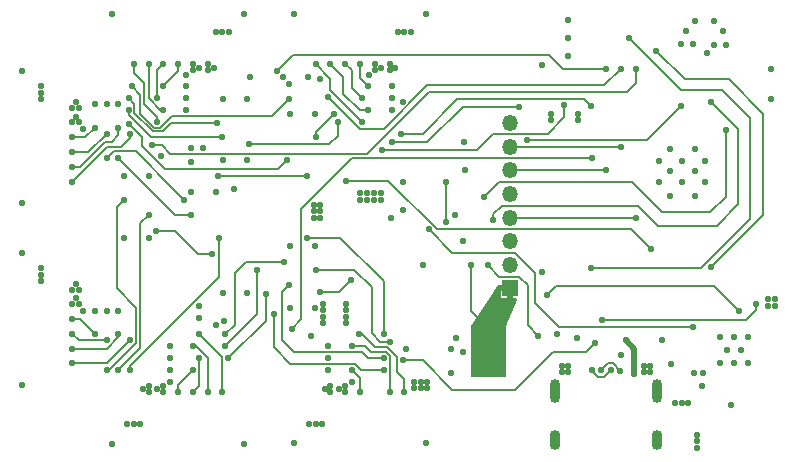
<source format=gbl>
G04 #@! TF.GenerationSoftware,KiCad,Pcbnew,(6.0.6)*
G04 #@! TF.CreationDate,2022-07-05T19:51:37+02:00*
G04 #@! TF.ProjectId,esp32-spi-hub,65737033-322d-4737-9069-2d6875622e6b,rev?*
G04 #@! TF.SameCoordinates,Original*
G04 #@! TF.FileFunction,Copper,L4,Bot*
G04 #@! TF.FilePolarity,Positive*
%FSLAX46Y46*%
G04 Gerber Fmt 4.6, Leading zero omitted, Abs format (unit mm)*
G04 Created by KiCad (PCBNEW (6.0.6)) date 2022-07-05 19:51:37*
%MOMM*%
%LPD*%
G01*
G04 APERTURE LIST*
G04 #@! TA.AperFunction,ComponentPad*
%ADD10O,0.900000X2.000000*%
G04 #@! TD*
G04 #@! TA.AperFunction,ComponentPad*
%ADD11O,0.900000X1.700000*%
G04 #@! TD*
G04 #@! TA.AperFunction,ComponentPad*
%ADD12R,1.350000X1.350000*%
G04 #@! TD*
G04 #@! TA.AperFunction,ComponentPad*
%ADD13O,1.350000X1.350000*%
G04 #@! TD*
G04 #@! TA.AperFunction,ViaPad*
%ADD14C,0.550000*%
G04 #@! TD*
G04 #@! TA.AperFunction,Conductor*
%ADD15C,0.500000*%
G04 #@! TD*
G04 #@! TA.AperFunction,Conductor*
%ADD16C,0.150000*%
G04 #@! TD*
G04 #@! TA.AperFunction,Conductor*
%ADD17C,0.200000*%
G04 #@! TD*
G04 APERTURE END LIST*
D10*
G04 #@! TO.P,P1,S1,SHIELD*
G04 #@! TO.N,unconnected-(P1-PadS1)*
X177630000Y-141080000D03*
D11*
X177630000Y-145250000D03*
D10*
X168990000Y-141080000D03*
D11*
X168990000Y-145250000D03*
G04 #@! TD*
D12*
G04 #@! TO.P,J1,1,Pin_1*
G04 #@! TO.N,+5V*
X165200000Y-132400000D03*
D13*
G04 #@! TO.P,J1,2,Pin_2*
G04 #@! TO.N,GND*
X165200000Y-130400000D03*
G04 #@! TO.P,J1,3,Pin_3*
G04 #@! TO.N,+3V3*
X165200000Y-128400000D03*
G04 #@! TO.P,J1,4,Pin_4*
G04 #@! TO.N,ESP_IO5*
X165200000Y-126400000D03*
G04 #@! TO.P,J1,5,Pin_5*
G04 #@! TO.N,ESP_IO15*
X165200000Y-124400000D03*
G04 #@! TO.P,J1,6,Pin_6*
G04 #@! TO.N,ESP_IO16*
X165200000Y-122400000D03*
G04 #@! TO.P,J1,7,Pin_7*
G04 #@! TO.N,ESP_IO17*
X165200000Y-120400000D03*
G04 #@! TO.P,J1,8,Pin_8*
G04 #@! TO.N,ESP_IO35*
X165200000Y-118400000D03*
G04 #@! TD*
D14*
G04 #@! TO.N,GND*
X182940000Y-138690000D03*
X148590000Y-125300000D03*
X155200000Y-117300000D03*
X148662500Y-117625000D03*
X156100000Y-123400000D03*
X149140000Y-125300000D03*
X170945000Y-117600000D03*
X181900000Y-112500000D03*
X177010000Y-139010000D03*
X155000000Y-113950000D03*
X132500000Y-128125000D03*
X140862500Y-121525000D03*
X131050000Y-134300000D03*
X128150000Y-132500000D03*
X180845000Y-124600000D03*
X178050000Y-136800000D03*
X146562500Y-134050000D03*
X123900000Y-114000000D03*
X168645000Y-118100000D03*
X140862500Y-132750000D03*
X139600000Y-113950000D03*
X150000000Y-140650000D03*
X132500000Y-122925000D03*
X149400000Y-133700000D03*
X134600000Y-140650000D03*
X149140000Y-126400000D03*
X178745000Y-122500000D03*
X181040000Y-145890000D03*
X182500000Y-111800000D03*
X123900000Y-129400000D03*
X170110000Y-139510000D03*
X155200000Y-116300000D03*
X130050000Y-134300000D03*
X187045000Y-133850000D03*
X178745000Y-124600000D03*
X134600000Y-122925000D03*
X123900000Y-140600000D03*
X187045000Y-133300000D03*
X137800000Y-115300000D03*
X177010000Y-139510000D03*
X151350000Y-134800000D03*
X170945000Y-118100000D03*
X131500000Y-109150000D03*
X184140000Y-138690000D03*
X130050000Y-116790000D03*
X179740000Y-142140000D03*
X134100000Y-140900000D03*
X157100000Y-140850000D03*
X181440000Y-140690000D03*
X149400000Y-135350000D03*
X155200000Y-115300000D03*
X157100000Y-140300000D03*
X128700000Y-132500000D03*
X156100000Y-116600000D03*
X148590000Y-125850000D03*
X180290000Y-142140000D03*
X128450000Y-132000000D03*
X140100000Y-113700000D03*
X184140000Y-136490000D03*
X177845000Y-121600000D03*
X181745000Y-123400000D03*
X151350000Y-135350000D03*
X149140000Y-125850000D03*
X160500000Y-126200000D03*
X136420000Y-138300000D03*
X185340000Y-138690000D03*
X132050000Y-134300000D03*
X160600000Y-136600000D03*
X146900000Y-145500000D03*
X182940000Y-136490000D03*
X134600000Y-128125000D03*
X179745000Y-121600000D03*
X146562500Y-128850000D03*
X168645000Y-117600000D03*
X185340000Y-136490000D03*
X146500000Y-115100000D03*
X183540000Y-137590000D03*
X157650000Y-140300000D03*
X184740000Y-137590000D03*
X156400000Y-137500000D03*
X155140000Y-126450000D03*
X138200000Y-120500000D03*
X142962500Y-116325000D03*
X158100000Y-145450000D03*
X187300000Y-113800000D03*
X149790000Y-139300000D03*
X142700000Y-145550000D03*
X146000000Y-114500000D03*
X161200000Y-137800000D03*
X128150000Y-117100000D03*
X158200000Y-140300000D03*
X148662500Y-128850000D03*
X170900000Y-136600000D03*
X142962500Y-121525000D03*
X146562500Y-117625000D03*
X149790000Y-138300000D03*
X149400000Y-134250000D03*
X128450000Y-116600000D03*
X157650000Y-140850000D03*
X180845000Y-122500000D03*
X181040000Y-145340000D03*
X179190000Y-142140000D03*
X131500000Y-145550000D03*
X151350000Y-134250000D03*
X161320000Y-120000000D03*
X169200000Y-136300000D03*
X140300000Y-124225000D03*
X142962500Y-132750000D03*
X180900000Y-109800000D03*
X187595000Y-133850000D03*
X170110000Y-138960000D03*
X142700000Y-109150000D03*
X179700000Y-111690000D03*
X149400000Y-134800000D03*
X128700000Y-117100000D03*
X123900000Y-125200000D03*
X140862500Y-116325000D03*
X156100000Y-125800000D03*
X146900000Y-109150000D03*
X181745000Y-121600000D03*
X150000000Y-141200000D03*
X180845000Y-120600000D03*
X148662500Y-134050000D03*
X151350000Y-133700000D03*
X174600000Y-138000000D03*
X155000000Y-113400000D03*
X158200000Y-140850000D03*
X137800000Y-117300000D03*
X187595000Y-133300000D03*
X167935000Y-130990000D03*
X187300000Y-116400000D03*
X167900000Y-113445000D03*
X131050000Y-116790000D03*
X132050000Y-116790000D03*
X138200000Y-121700000D03*
X139600000Y-113400000D03*
X161200000Y-128400000D03*
X161400000Y-122400000D03*
X134600000Y-141200000D03*
X176510000Y-139010000D03*
X148590000Y-126400000D03*
X180100000Y-110600000D03*
X149790000Y-137300000D03*
X149500000Y-140900000D03*
X169610000Y-138960000D03*
X181040000Y-144790000D03*
X137800000Y-116300000D03*
X169610000Y-139510000D03*
X136420000Y-139300000D03*
X138200000Y-124225000D03*
X176510000Y-139510000D03*
X178840000Y-138840000D03*
X138862500Y-134875000D03*
X136420000Y-137300000D03*
X178745000Y-120600000D03*
X158100000Y-109150000D03*
X155500000Y-113700000D03*
X177845000Y-123400000D03*
X179745000Y-123400000D03*
G04 #@! TO.N,+3V3*
X153100000Y-124300000D03*
X141000000Y-135200000D03*
X138862500Y-133875000D03*
X151800000Y-140300000D03*
X153220000Y-114300000D03*
X137800000Y-114300000D03*
X150750000Y-140900000D03*
X151250000Y-141200000D03*
X128700000Y-133750000D03*
X128150000Y-118350000D03*
X153700000Y-124900000D03*
X154300000Y-124900000D03*
X153750000Y-113950000D03*
X154250000Y-113700000D03*
X148310000Y-136400000D03*
X183480000Y-111820000D03*
X135350000Y-140900000D03*
X152500000Y-124900000D03*
X183200000Y-110600000D03*
X143200000Y-114500000D03*
X136420000Y-140300000D03*
X135850000Y-140650000D03*
X154300000Y-124300000D03*
X138850000Y-113700000D03*
X128450000Y-133250000D03*
X148100000Y-114500000D03*
X128450000Y-117850000D03*
X135850000Y-141200000D03*
X149100000Y-114635000D03*
X151250000Y-140650000D03*
X135615000Y-121200000D03*
X157790000Y-130400000D03*
X183940000Y-142240000D03*
X128150000Y-133750000D03*
X153700000Y-124300000D03*
X139200000Y-120500000D03*
X170100000Y-112700000D03*
X129050000Y-118900000D03*
X152500000Y-124300000D03*
X140342500Y-135475000D03*
X153750000Y-113400000D03*
X180710000Y-111670000D03*
X182500000Y-109800000D03*
X138350000Y-113950000D03*
X181530000Y-139530000D03*
X141800000Y-123945000D03*
X128700000Y-118350000D03*
X180740000Y-139540000D03*
X153100000Y-124900000D03*
X129050000Y-134300000D03*
X138350000Y-113400000D03*
X170100000Y-109700000D03*
X170100000Y-111200000D03*
G04 #@! TO.N,5V_USB*
X167600000Y-136400000D03*
X163300000Y-130400000D03*
X175710000Y-139610000D03*
X175000000Y-136800000D03*
G04 #@! TO.N,/SPI ports A & B/S1_CLK*
X144500000Y-132900000D03*
X141349500Y-138300000D03*
G04 #@! TO.N,/SPI ports A & B/S1_MOSI*
X143800000Y-130800000D03*
X141100000Y-137300000D03*
G04 #@! TO.N,/SPI ports A & B/S2_CLK*
X146500000Y-132100000D03*
X154500000Y-138300000D03*
G04 #@! TO.N,/SPI ports A & B/S2_MOSI*
X148800000Y-130800000D03*
X155000000Y-136900000D03*
G04 #@! TO.N,/SPI ports C & D/S1_CLK*
X131050000Y-121400000D03*
X137600000Y-124900000D03*
G04 #@! TO.N,/SPI ports C & D/S1_MOSI*
X138203200Y-126203200D03*
X132050000Y-121400000D03*
G04 #@! TO.N,/SPI ports C & D/S2_CLK*
X132500000Y-124875000D03*
X131050000Y-139300000D03*
G04 #@! TO.N,/SPI ports C & D/S2_MOSI*
X134600000Y-126200000D03*
X132050000Y-139300000D03*
G04 #@! TO.N,/SPI ports E & F/S1_MOSI*
X148746800Y-119575000D03*
X150300000Y-117600000D03*
G04 #@! TO.N,/SPI ports E & F/S2_CLK*
X140400000Y-118400000D03*
X132900000Y-116300000D03*
G04 #@! TO.N,/SPI ports E & F/S2_MOSI*
X132900000Y-117300000D03*
X140800000Y-119600000D03*
G04 #@! TO.N,+5V*
X162960000Y-139160000D03*
X125500000Y-115850000D03*
X162410000Y-139160000D03*
X164610000Y-136510000D03*
X155700000Y-110700000D03*
X133350000Y-143900000D03*
X156250000Y-110700000D03*
X164060000Y-136510000D03*
X164060000Y-138610000D03*
X125500000Y-131250000D03*
X162960000Y-138610000D03*
X133900000Y-143900000D03*
X164060000Y-135960000D03*
X162960000Y-136510000D03*
X164610000Y-139160000D03*
X125500000Y-131800000D03*
X162410000Y-136510000D03*
X162410000Y-135960000D03*
X164060000Y-139160000D03*
X125500000Y-130700000D03*
X162960000Y-135960000D03*
X156800000Y-110700000D03*
X164610000Y-135960000D03*
X164610000Y-138610000D03*
X163510000Y-135960000D03*
X148200000Y-143900000D03*
X141400000Y-110700000D03*
X125500000Y-115300000D03*
X161900000Y-130400000D03*
X160240000Y-137500000D03*
X140300000Y-110700000D03*
X163510000Y-139160000D03*
X160240000Y-139600000D03*
X125500000Y-116400000D03*
X163510000Y-136510000D03*
X140850000Y-110700000D03*
X149300000Y-143900000D03*
X132800000Y-143900000D03*
X148750000Y-143900000D03*
X163510000Y-138610000D03*
X162410000Y-138610000D03*
G04 #@! TO.N,ESP_IO5*
X175870000Y-126400000D03*
G04 #@! TO.N,ESP_IO16*
X173335000Y-122400000D03*
G04 #@! TO.N,ESP_IO17*
X174635000Y-120400000D03*
G04 #@! TO.N,ESP_IO35*
X179635000Y-116990000D03*
X166600000Y-119800000D03*
G04 #@! TO.N,USB_CONN_D-*
X173710000Y-139310000D03*
X172168030Y-139310000D03*
G04 #@! TO.N,USB_CONN_D+*
X174510000Y-139400000D03*
X172910000Y-139310000D03*
G04 #@! TO.N,/SPI ports A & B/S1_MISO*
X141100000Y-136300000D03*
X146100000Y-130150000D03*
G04 #@! TO.N,/SPI ports A & B/S2_MISO*
X148000000Y-128100000D03*
X154500000Y-136300000D03*
G04 #@! TO.N,/SPI ports C & D/S2_MISO*
X133050000Y-139300000D03*
X140600000Y-128100000D03*
G04 #@! TO.N,/SPI ports E & F/S1_MISO*
X143100000Y-120200000D03*
X150600000Y-118300000D03*
G04 #@! TO.N,/SPI ports E & F/S2_MISO*
X146300000Y-121525000D03*
X132900000Y-118500000D03*
G04 #@! TO.N,Net-(Q2-Pad1)*
X184550000Y-134300000D03*
X168335000Y-132990000D03*
G04 #@! TO.N,Net-(Q3-Pad1)*
X180730000Y-135630000D03*
X158300000Y-127400000D03*
G04 #@! TO.N,ESP_RXD*
X177600000Y-112300000D03*
X182235000Y-130590000D03*
G04 #@! TO.N,/IO12*
X169800000Y-116900000D03*
X154400000Y-120700000D03*
G04 #@! TO.N,/IO13*
X166000000Y-117000000D03*
X155200000Y-120000000D03*
G04 #@! TO.N,/IO14*
X156000000Y-119300000D03*
X172035000Y-116990000D03*
G04 #@! TO.N,B1-CLK*
X149100000Y-132700000D03*
X151700000Y-131700000D03*
G04 #@! TO.N,B1-MISO*
X140000000Y-129500000D03*
X135200000Y-127500000D03*
G04 #@! TO.N,/IO23*
X186030000Y-133690000D03*
X173000000Y-135100000D03*
G04 #@! TO.N,LED_GREEN*
X175300000Y-111200000D03*
X172035000Y-130690000D03*
G04 #@! TO.N,B1_CS1*
X146700000Y-135800000D03*
X172100000Y-121400000D03*
G04 #@! TO.N,Net-(C14-Pad1)*
X159800000Y-123400000D03*
X159800000Y-126800000D03*
G04 #@! TO.N,B1_CS2*
X156149500Y-138500000D03*
X145200000Y-134600000D03*
X172400000Y-137000000D03*
X154500000Y-139300000D03*
G04 #@! TO.N,Net-(C16-Pad1)*
X137100000Y-141200000D03*
X138400000Y-139300000D03*
G04 #@! TO.N,B0_CS2*
X175870000Y-113800000D03*
X134900000Y-120300000D03*
G04 #@! TO.N,Net-(C17-Pad1)*
X138350000Y-141200000D03*
X138900000Y-138300000D03*
G04 #@! TO.N,B1_CS0*
X148000000Y-122925000D03*
X177135000Y-129090000D03*
X140475000Y-122925000D03*
X151300000Y-123300000D03*
G04 #@! TO.N,Net-(C18-Pad1)*
X138400000Y-137300000D03*
X139600000Y-141200000D03*
G04 #@! TO.N,B0_CS0*
X173330000Y-113800000D03*
X145434520Y-113965480D03*
G04 #@! TO.N,Net-(C19-Pad1)*
X152500000Y-141200000D03*
X151790000Y-139300000D03*
G04 #@! TO.N,B0_CS1*
X146500000Y-116325000D03*
X133200000Y-115300000D03*
X174600000Y-113800000D03*
X149800000Y-116200000D03*
G04 #@! TO.N,Net-(RN1-Pad1)*
X163800000Y-126600000D03*
X182235000Y-116590000D03*
G04 #@! TO.N,Net-(RN1-Pad3)*
X183490000Y-118990000D03*
X163000000Y-124700000D03*
G04 #@! TO.N,Net-(C21-Pad1)*
X151790000Y-137300000D03*
X155000000Y-141200000D03*
G04 #@! TO.N,Net-(C28-Pad1)*
X132050000Y-136300000D03*
X128150000Y-137500000D03*
G04 #@! TO.N,Net-(C23-Pad1)*
X130050000Y-118790000D03*
X128150000Y-119600000D03*
G04 #@! TO.N,Net-(C24-Pad1)*
X128150000Y-120850000D03*
X131050000Y-119290000D03*
G04 #@! TO.N,Net-(C25-Pad1)*
X132050000Y-118790000D03*
X128150000Y-122100000D03*
G04 #@! TO.N,Net-(C26-Pad1)*
X128150000Y-135000000D03*
X130050000Y-136300000D03*
G04 #@! TO.N,Net-(C27-Pad1)*
X131050000Y-136800000D03*
X128150000Y-136250000D03*
G04 #@! TO.N,Net-(C35-Pad1)*
X135800000Y-117300000D03*
X134600000Y-113400000D03*
G04 #@! TO.N,Net-(C30-Pad1)*
X153200000Y-115300000D03*
X152500000Y-113400000D03*
G04 #@! TO.N,Net-(C31-Pad1)*
X151250000Y-113400000D03*
X152690000Y-116300000D03*
G04 #@! TO.N,Net-(C32-Pad1)*
X153200000Y-117300000D03*
X150000000Y-113400000D03*
G04 #@! TO.N,Net-(C33-Pad1)*
X137100000Y-113400000D03*
X135800000Y-115300000D03*
G04 #@! TO.N,Net-(C34-Pad1)*
X135850000Y-113400000D03*
X135300000Y-116300000D03*
G04 #@! TO.N,Net-(J2-Pad7)*
X138900000Y-136300000D03*
X140850000Y-141200000D03*
G04 #@! TO.N,Net-(J3-Pad7)*
X152400000Y-136300000D03*
X156250000Y-141200000D03*
G04 #@! TO.N,Net-(J4-Pad7)*
X133050000Y-119290000D03*
X128150000Y-123350000D03*
G04 #@! TO.N,Net-(J5-Pad7)*
X133050000Y-136800000D03*
X128150000Y-138750000D03*
G04 #@! TO.N,Net-(J6-Pad7)*
X148750000Y-113400000D03*
X152690000Y-118300000D03*
G04 #@! TO.N,Net-(J7-Pad7)*
X133350000Y-113400000D03*
X135300000Y-118300000D03*
G04 #@! TD*
D15*
G04 #@! TO.N,5V_USB*
X175710000Y-139610000D02*
X175710000Y-137510000D01*
D16*
X166700000Y-135500000D02*
X166700000Y-132100000D01*
X166700000Y-132100000D02*
X166000000Y-131400000D01*
X164300000Y-131400000D02*
X163300000Y-130400000D01*
D15*
X175710000Y-137510000D02*
X175000000Y-136800000D01*
D16*
X166000000Y-131400000D02*
X164300000Y-131400000D01*
X167600000Y-136400000D02*
X166700000Y-135500000D01*
G04 #@! TO.N,/SPI ports A & B/S1_CLK*
X144500000Y-135149500D02*
X141349500Y-138300000D01*
X144500000Y-132900000D02*
X144500000Y-135149500D01*
G04 #@! TO.N,/SPI ports A & B/S1_MOSI*
X143800000Y-134600000D02*
X141100000Y-137300000D01*
X143800000Y-130800000D02*
X143800000Y-134600000D01*
G04 #@! TO.N,/SPI ports A & B/S2_CLK*
X146899511Y-137799511D02*
X145900000Y-136800000D01*
X145900000Y-136800000D02*
X145900000Y-132700000D01*
X153200978Y-138300000D02*
X152700489Y-137799511D01*
X145900000Y-132700000D02*
X146500000Y-132100000D01*
X154500000Y-138300000D02*
X153200978Y-138300000D01*
X152700489Y-137799511D02*
X146899511Y-137799511D01*
G04 #@! TO.N,/SPI ports A & B/S2_MOSI*
X152000000Y-130800000D02*
X148800000Y-130800000D01*
X154200000Y-136900000D02*
X153500000Y-136200000D01*
X153500000Y-136200000D02*
X153500000Y-132300000D01*
X155000000Y-136900000D02*
X154200000Y-136900000D01*
X153500000Y-132300000D02*
X152000000Y-130800000D01*
G04 #@! TO.N,/SPI ports C & D/S1_CLK*
X131050000Y-121400000D02*
X131650000Y-120800000D01*
X136700000Y-124000000D02*
X137600000Y-124900000D01*
X131650000Y-120800000D02*
X133500000Y-120800000D01*
X133500000Y-120800000D02*
X136700000Y-124000000D01*
G04 #@! TO.N,/SPI ports C & D/S1_MOSI*
X136853200Y-126203200D02*
X138203200Y-126203200D01*
X133300000Y-122650000D02*
X136853200Y-126203200D01*
X132050000Y-121400000D02*
X133300000Y-122650000D01*
G04 #@! TO.N,/SPI ports C & D/S2_CLK*
X133549511Y-134049511D02*
X133549511Y-137006905D01*
X131900000Y-132400000D02*
X133549511Y-134049511D01*
X131050000Y-139300000D02*
X131256416Y-139300000D01*
X132500000Y-124875000D02*
X131900000Y-125475000D01*
X131256416Y-139300000D02*
X133549511Y-137006905D01*
X131900000Y-125475000D02*
X131900000Y-132400000D01*
G04 #@! TO.N,/SPI ports C & D/S2_MOSI*
X133900000Y-137450000D02*
X132050000Y-139300000D01*
X133900000Y-137450000D02*
X133900000Y-126900000D01*
X133900000Y-126900000D02*
X134600000Y-126200000D01*
G04 #@! TO.N,/SPI ports E & F/S1_MOSI*
X148746800Y-119153200D02*
X150300000Y-117600000D01*
X148746800Y-119575000D02*
X148746800Y-119153200D01*
G04 #@! TO.N,/SPI ports E & F/S2_CLK*
X140400000Y-118400000D02*
X136500000Y-118400000D01*
X135800480Y-119099520D02*
X134969518Y-119099520D01*
X133400000Y-117530002D02*
X133400000Y-116800000D01*
X133400000Y-116800000D02*
X132900000Y-116300000D01*
X136500000Y-118400000D02*
X135800480Y-119099520D01*
X134969518Y-119099520D02*
X133400000Y-117530002D01*
G04 #@! TO.N,/SPI ports E & F/S2_MOSI*
X132900000Y-117300000D02*
X132900000Y-117700000D01*
X132900000Y-117700000D02*
X134800000Y-119600000D01*
X134800000Y-119600000D02*
X140800000Y-119600000D01*
G04 #@! TO.N,+5V*
X161900000Y-134350000D02*
X163510000Y-135960000D01*
X161900000Y-130400000D02*
X161900000Y-134350000D01*
G04 #@! TO.N,ESP_IO5*
X175870000Y-126400000D02*
X165200000Y-126400000D01*
G04 #@! TO.N,ESP_IO16*
X173335000Y-122400000D02*
X165200000Y-122400000D01*
G04 #@! TO.N,ESP_IO17*
X165200000Y-120400000D02*
X174635000Y-120400000D01*
G04 #@! TO.N,ESP_IO35*
X176825000Y-119800000D02*
X179635000Y-116990000D01*
X166600000Y-119800000D02*
X176825000Y-119800000D01*
D17*
G04 #@! TO.N,USB_CONN_D-*
X173710000Y-139310000D02*
X173710000Y-139322482D01*
X172168030Y-139380512D02*
X172168030Y-139310000D01*
X173710000Y-139322482D02*
X173147971Y-139884511D01*
X173147971Y-139884511D02*
X172672029Y-139884511D01*
X172672029Y-139884511D02*
X172168030Y-139380512D01*
G04 #@! TO.N,USB_CONN_D+*
X174510000Y-139368228D02*
X173877261Y-138735489D01*
X173877261Y-138735489D02*
X173472029Y-138735489D01*
X172910000Y-139297518D02*
X173472029Y-138735489D01*
X172910000Y-139310000D02*
X172910000Y-139297518D01*
D16*
G04 #@! TO.N,/SPI ports A & B/S1_MISO*
X141100000Y-136300000D02*
X141900000Y-135500000D01*
X141900000Y-131100000D02*
X142850000Y-130150000D01*
X142850000Y-130150000D02*
X146100000Y-130150000D01*
X141900000Y-135500000D02*
X141900000Y-131100000D01*
G04 #@! TO.N,/SPI ports A & B/S2_MISO*
X154500000Y-131800000D02*
X150800000Y-128100000D01*
X154500000Y-136300000D02*
X154500000Y-131800000D01*
X150800000Y-128100000D02*
X148000000Y-128100000D01*
G04 #@! TO.N,/SPI ports C & D/S2_MISO*
X133050000Y-139300000D02*
X133050000Y-138950000D01*
X140600000Y-131400000D02*
X140600000Y-128100000D01*
X133050000Y-138950000D02*
X140600000Y-131400000D01*
G04 #@! TO.N,/SPI ports E & F/S1_MISO*
X143100000Y-120200000D02*
X149900000Y-120200000D01*
X149900000Y-120200000D02*
X150600000Y-119500000D01*
X150600000Y-119500000D02*
X150600000Y-118300000D01*
G04 #@! TO.N,/SPI ports E & F/S2_MISO*
X134050000Y-119583584D02*
X134050000Y-120341416D01*
X132900000Y-118500000D02*
X132966416Y-118500000D01*
X136008584Y-122300000D02*
X134050000Y-120341416D01*
X132966416Y-118500000D02*
X134050000Y-119583584D01*
X145525000Y-122300000D02*
X136008584Y-122300000D01*
X146300000Y-121525000D02*
X145525000Y-122300000D01*
G04 #@! TO.N,Net-(Q2-Pad1)*
X182440000Y-132190000D02*
X169135000Y-132190000D01*
X184550000Y-134300000D02*
X182440000Y-132190000D01*
X169135000Y-132190000D02*
X168335000Y-132990000D01*
G04 #@! TO.N,Net-(Q3-Pad1)*
X165638584Y-129400000D02*
X167300000Y-131061416D01*
X160300000Y-129400000D02*
X165638584Y-129400000D01*
X167300000Y-131061416D02*
X167300000Y-133600000D01*
X158300000Y-127400000D02*
X160300000Y-129400000D01*
X167300000Y-133600000D02*
X169330000Y-135630000D01*
X169330000Y-135630000D02*
X180730000Y-135630000D01*
G04 #@! TO.N,ESP_RXD*
X183700000Y-114700000D02*
X180000000Y-114700000D01*
X186635000Y-117635000D02*
X186635000Y-126190000D01*
X186635000Y-126190000D02*
X182235000Y-130590000D01*
X183700000Y-114700000D02*
X186635000Y-117635000D01*
X180000000Y-114700000D02*
X177600000Y-112300000D01*
G04 #@! TO.N,/IO12*
X154400000Y-120700000D02*
X162400000Y-120700000D01*
X168399511Y-119300489D02*
X169800000Y-117900000D01*
X162400000Y-120700000D02*
X163700000Y-119400000D01*
X163799511Y-119300489D02*
X168399511Y-119300489D01*
X163700000Y-119400000D02*
X163799511Y-119300489D01*
X169800000Y-117900000D02*
X169800000Y-116900000D01*
G04 #@! TO.N,/IO13*
X158200000Y-120000000D02*
X155200000Y-120000000D01*
X165935000Y-117000000D02*
X161200000Y-117000000D01*
X161200000Y-117000000D02*
X158200000Y-120000000D01*
G04 #@! TO.N,/IO14*
X160700000Y-116400000D02*
X157800000Y-119300000D01*
X157800000Y-119300000D02*
X156000000Y-119300000D01*
X171445000Y-116400000D02*
X160700000Y-116400000D01*
X172035000Y-116990000D02*
X171445000Y-116400000D01*
G04 #@! TO.N,B1-CLK*
X149100000Y-132700000D02*
X150700000Y-132700000D01*
X150700000Y-132700000D02*
X151700000Y-131700000D01*
G04 #@! TO.N,B1-MISO*
X138800000Y-129500000D02*
X136800000Y-127500000D01*
X140000000Y-129500000D02*
X138800000Y-129500000D01*
X136800000Y-127500000D02*
X135200000Y-127500000D01*
G04 #@! TO.N,/IO23*
X185200000Y-135100000D02*
X186030000Y-134270000D01*
X186030000Y-134270000D02*
X186030000Y-133690000D01*
X172910000Y-135100000D02*
X185200000Y-135100000D01*
G04 #@! TO.N,LED_GREEN*
X179700000Y-115600000D02*
X175300000Y-111200000D01*
X185535000Y-126490000D02*
X181335000Y-130690000D01*
X183170000Y-115600000D02*
X185535000Y-117965000D01*
X183170000Y-115600000D02*
X179700000Y-115600000D01*
X185535000Y-117965000D02*
X185535000Y-126490000D01*
X181335000Y-130690000D02*
X172035000Y-130690000D01*
G04 #@! TO.N,B1_CS1*
X170245000Y-121400000D02*
X172100000Y-121400000D01*
X147500489Y-134999511D02*
X146700000Y-135800000D01*
X151783584Y-121400000D02*
X170245000Y-121400000D01*
X151783584Y-121400000D02*
X147500489Y-125683095D01*
X147500489Y-125683095D02*
X147500489Y-134999511D01*
G04 #@! TO.N,Net-(C14-Pad1)*
X159800000Y-126800000D02*
X159800000Y-123400000D01*
G04 #@! TO.N,B1_CS2*
X160300000Y-141000000D02*
X165600000Y-141000000D01*
X154500000Y-139300000D02*
X152600000Y-139300000D01*
X152600000Y-139300000D02*
X152100489Y-138800489D01*
X146600489Y-138800489D02*
X145200000Y-137400000D01*
X165600000Y-141000000D02*
X168800000Y-137800000D01*
X168800000Y-137800000D02*
X171600000Y-137800000D01*
X152100489Y-138800489D02*
X146600489Y-138800489D01*
X157800000Y-138500000D02*
X160300000Y-141000000D01*
X145200000Y-137400000D02*
X145200000Y-134600000D01*
X171600000Y-137800000D02*
X172400000Y-137000000D01*
X156149500Y-138500000D02*
X157800000Y-138500000D01*
G04 #@! TO.N,Net-(C16-Pad1)*
X137100000Y-141200000D02*
X137100000Y-140600000D01*
X137100000Y-140600000D02*
X138400000Y-139300000D01*
G04 #@! TO.N,B0_CS2*
X153100000Y-121000000D02*
X136400960Y-121000000D01*
X158300000Y-115800000D02*
X153100000Y-121000000D01*
X135700960Y-120300000D02*
X134900000Y-120300000D01*
X175870000Y-115030000D02*
X175100000Y-115800000D01*
X136400960Y-121000000D02*
X135700960Y-120300000D01*
X175100000Y-115800000D02*
X158300000Y-115800000D01*
X175870000Y-113800000D02*
X175870000Y-115030000D01*
G04 #@! TO.N,Net-(C17-Pad1)*
X138350000Y-141200000D02*
X138900000Y-140650000D01*
X138900000Y-140650000D02*
X138900000Y-138300000D01*
G04 #@! TO.N,B1_CS0*
X175445000Y-127400000D02*
X177135000Y-129090000D01*
X148000000Y-122925000D02*
X140475000Y-122925000D01*
X151300000Y-123300000D02*
X154906416Y-123300000D01*
X159006416Y-127400000D02*
X175445000Y-127400000D01*
X154906416Y-123300000D02*
X159006416Y-127400000D01*
G04 #@! TO.N,Net-(C18-Pad1)*
X139600000Y-138293584D02*
X138606416Y-137300000D01*
X138606416Y-137300000D02*
X138400000Y-137300000D01*
X139600000Y-141200000D02*
X139600000Y-138293584D01*
G04 #@! TO.N,B0_CS0*
X173330000Y-113800000D02*
X169700000Y-113800000D01*
X169700000Y-113800000D02*
X168500000Y-112600000D01*
X168500000Y-112600000D02*
X146800000Y-112600000D01*
X146800000Y-112600000D02*
X145434520Y-113965480D01*
G04 #@! TO.N,Net-(C19-Pad1)*
X152500000Y-140010000D02*
X151790000Y-139300000D01*
X152500000Y-141200000D02*
X152500000Y-140010000D01*
G04 #@! TO.N,B0_CS1*
X152500000Y-118900000D02*
X154506416Y-118900000D01*
X133900480Y-117606896D02*
X135093584Y-118800000D01*
X149800000Y-116200000D02*
X152500000Y-118900000D01*
X145025000Y-117800000D02*
X146500000Y-116325000D01*
X133900480Y-116000480D02*
X133900480Y-117606896D01*
X135600000Y-118800000D02*
X136600000Y-117800000D01*
X135093584Y-118800000D02*
X135600000Y-118800000D01*
X154506416Y-118900000D02*
X158203208Y-115203208D01*
X173196792Y-115203208D02*
X158203208Y-115203208D01*
X136600000Y-117800000D02*
X145025000Y-117800000D01*
X133200000Y-115300000D02*
X133900480Y-116000480D01*
X174600000Y-113800000D02*
X173196792Y-115203208D01*
G04 #@! TO.N,Net-(RN1-Pad1)*
X177690000Y-127090000D02*
X176000000Y-125400000D01*
X163800000Y-126100000D02*
X163800000Y-126600000D01*
X184535000Y-118890000D02*
X184535000Y-125290000D01*
X176000000Y-125400000D02*
X164500000Y-125400000D01*
X164500000Y-125400000D02*
X163800000Y-126100000D01*
X184535000Y-125290000D02*
X182735000Y-127090000D01*
X182235000Y-116590000D02*
X184535000Y-118890000D01*
X182735000Y-127090000D02*
X177690000Y-127090000D01*
G04 #@! TO.N,Net-(RN1-Pad3)*
X183490000Y-118990000D02*
X183490000Y-124635000D01*
X183490000Y-124635000D02*
X182162500Y-125962500D01*
X178062500Y-125962500D02*
X182162500Y-125962500D01*
X164300000Y-123400000D02*
X175500000Y-123400000D01*
X175500000Y-123400000D02*
X178062500Y-125962500D01*
X163000000Y-124700000D02*
X164300000Y-123400000D01*
G04 #@! TO.N,Net-(C21-Pad1)*
X153400489Y-137800489D02*
X152900000Y-137300000D01*
X154706905Y-137800489D02*
X153400489Y-137800489D01*
X155000000Y-138093584D02*
X154706905Y-137800489D01*
X152900000Y-137300000D02*
X151790000Y-137300000D01*
X155000000Y-141200000D02*
X155000000Y-138093584D01*
G04 #@! TO.N,Net-(C28-Pad1)*
X132050000Y-136506416D02*
X132050000Y-136300000D01*
X131056416Y-137500000D02*
X132050000Y-136506416D01*
X128150000Y-137500000D02*
X131056416Y-137500000D01*
G04 #@! TO.N,Net-(C23-Pad1)*
X129240000Y-119600000D02*
X130050000Y-118790000D01*
X128150000Y-119600000D02*
X129240000Y-119600000D01*
G04 #@! TO.N,Net-(C24-Pad1)*
X128150000Y-120850000D02*
X129490000Y-120850000D01*
X129490000Y-120850000D02*
X131050000Y-119290000D01*
G04 #@! TO.N,Net-(C25-Pad1)*
X128800000Y-122100000D02*
X130900000Y-120000000D01*
X130900000Y-120000000D02*
X131500000Y-120000000D01*
X132050000Y-119450000D02*
X132050000Y-118790000D01*
X128150000Y-122100000D02*
X128800000Y-122100000D01*
X131500000Y-120000000D02*
X132050000Y-119450000D01*
G04 #@! TO.N,Net-(C26-Pad1)*
X128750000Y-135000000D02*
X130050000Y-136300000D01*
X128150000Y-135000000D02*
X128750000Y-135000000D01*
G04 #@! TO.N,Net-(C27-Pad1)*
X131050000Y-136800000D02*
X128700000Y-136800000D01*
X128700000Y-136800000D02*
X128150000Y-136250000D01*
G04 #@! TO.N,Net-(C35-Pad1)*
X135593584Y-117300000D02*
X135800000Y-117300000D01*
X134600000Y-116306416D02*
X135593584Y-117300000D01*
X134600000Y-113400000D02*
X134600000Y-116306416D01*
G04 #@! TO.N,Net-(C30-Pad1)*
X152500000Y-114600000D02*
X153200000Y-115300000D01*
X152500000Y-113400000D02*
X152500000Y-114600000D01*
G04 #@! TO.N,Net-(C31-Pad1)*
X151800000Y-113950000D02*
X151250000Y-113400000D01*
X152690000Y-116300000D02*
X151800000Y-115410000D01*
X151800000Y-115410000D02*
X151800000Y-113950000D01*
G04 #@! TO.N,Net-(C32-Pad1)*
X152500000Y-117300000D02*
X151100000Y-115900000D01*
X153200000Y-117300000D02*
X152500000Y-117300000D01*
X150000000Y-113400000D02*
X151100000Y-114500000D01*
X151100000Y-115900000D02*
X151100000Y-114500000D01*
G04 #@! TO.N,Net-(C33-Pad1)*
X137100000Y-114000000D02*
X135800000Y-115300000D01*
X137100000Y-113400000D02*
X137100000Y-114000000D01*
G04 #@! TO.N,Net-(C34-Pad1)*
X135300000Y-113950000D02*
X135300000Y-116300000D01*
X135850000Y-113400000D02*
X135300000Y-113950000D01*
G04 #@! TO.N,Net-(J2-Pad7)*
X140850000Y-138250000D02*
X138900000Y-136300000D01*
X140850000Y-141200000D02*
X140850000Y-138250000D01*
G04 #@! TO.N,Net-(J3-Pad7)*
X154799511Y-137399511D02*
X153799511Y-137399511D01*
X155650000Y-138250000D02*
X154799511Y-137399511D01*
X155650000Y-138250000D02*
X155650000Y-139450000D01*
X156250000Y-141200000D02*
X156250000Y-140050000D01*
X152700000Y-136300000D02*
X152400000Y-136300000D01*
X153799511Y-137399511D02*
X152700000Y-136300000D01*
X155650000Y-139450000D02*
X156250000Y-140050000D01*
G04 #@! TO.N,Net-(J4-Pad7)*
X128150000Y-123350000D02*
X131100000Y-120400000D01*
X131100000Y-120400000D02*
X132300000Y-120400000D01*
X132300000Y-120400000D02*
X133050000Y-119650000D01*
X133050000Y-119650000D02*
X133050000Y-119290000D01*
G04 #@! TO.N,Net-(J5-Pad7)*
X128150000Y-138750000D02*
X131100000Y-138750000D01*
X131100000Y-138750000D02*
X133050000Y-136800000D01*
G04 #@! TO.N,Net-(J6-Pad7)*
X150000000Y-115610000D02*
X152690000Y-118300000D01*
X150000000Y-114650000D02*
X150000000Y-115610000D01*
X148750000Y-113400000D02*
X150000000Y-114650000D01*
G04 #@! TO.N,Net-(J7-Pad7)*
X133350000Y-114150000D02*
X133350000Y-113400000D01*
X135300000Y-118300000D02*
X135300000Y-117900000D01*
X135300000Y-117900000D02*
X134200000Y-116800000D01*
X134200000Y-115000000D02*
X133350000Y-114150000D01*
X134200000Y-116800000D02*
X134200000Y-115000000D01*
G04 #@! TD*
G04 #@! TA.AperFunction,Conductor*
G04 #@! TO.N,+5V*
G36*
X164385935Y-132126792D02*
G01*
X164403865Y-132142329D01*
X164411548Y-132144000D01*
X165330000Y-132144000D01*
X165398121Y-132164002D01*
X165444614Y-132217658D01*
X165456000Y-132270000D01*
X165456000Y-133183885D01*
X165460475Y-133199124D01*
X165461865Y-133200329D01*
X165469548Y-133202000D01*
X165673094Y-133202000D01*
X165741215Y-133222002D01*
X165787708Y-133275658D01*
X165797812Y-133345932D01*
X165790082Y-133374795D01*
X164900000Y-135600000D01*
X164900000Y-139774000D01*
X164879998Y-139842121D01*
X164826342Y-139888614D01*
X164774000Y-139900000D01*
X162026000Y-139900000D01*
X161957879Y-139879998D01*
X161911386Y-139826342D01*
X161900000Y-139774000D01*
X161900000Y-135638149D01*
X161921162Y-135568257D01*
X163579119Y-133081321D01*
X164398000Y-133081321D01*
X164399207Y-133093575D01*
X164402948Y-133112382D01*
X164412263Y-133134871D01*
X164426546Y-133156247D01*
X164443753Y-133173454D01*
X164465129Y-133187737D01*
X164487618Y-133197052D01*
X164506425Y-133200793D01*
X164518679Y-133202000D01*
X164925885Y-133202000D01*
X164941124Y-133197525D01*
X164942329Y-133196135D01*
X164944000Y-133188452D01*
X164944000Y-132674115D01*
X164939525Y-132658876D01*
X164938135Y-132657671D01*
X164930452Y-132656000D01*
X164416115Y-132656000D01*
X164400876Y-132660475D01*
X164399671Y-132661865D01*
X164398000Y-132669548D01*
X164398000Y-133081321D01*
X163579119Y-133081321D01*
X164198584Y-132152124D01*
X164253013Y-132106539D01*
X164323447Y-132097617D01*
X164385935Y-132126792D01*
G37*
G04 #@! TD.AperFunction*
G04 #@! TD*
M02*

</source>
